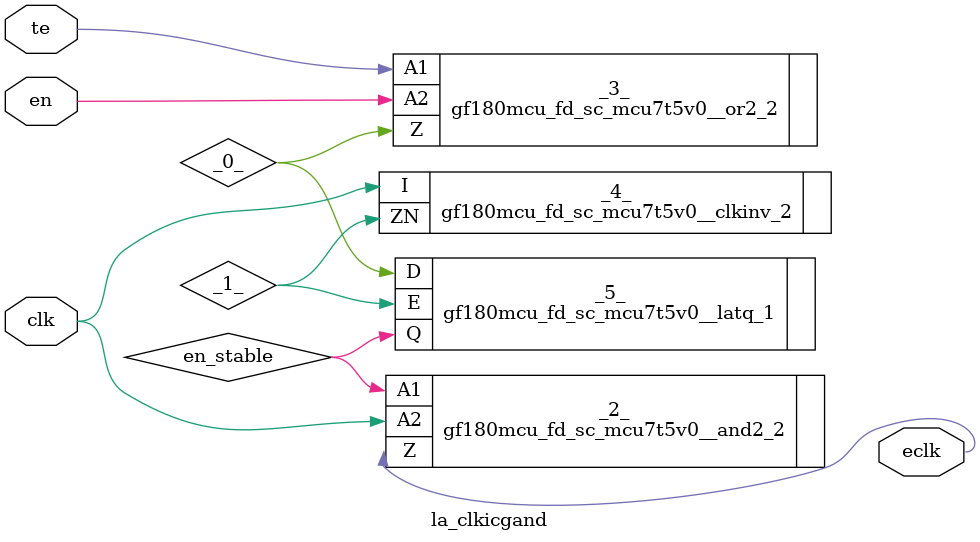
<source format=v>

/* Generated by Yosys 0.37 (git sha1 a5c7f69ed, clang 14.0.0-1ubuntu1.1 -fPIC -Os) */

module la_clkicgand(clk, te, en, eclk);
  wire _0_;
  wire _1_;
  input clk;
  wire clk;
  output eclk;
  wire eclk;
  input en;
  wire en;
  wire en_stable;
  input te;
  wire te;
  gf180mcu_fd_sc_mcu7t5v0__and2_2 _2_ (
    .A1(en_stable),
    .A2(clk),
    .Z(eclk)
  );
  gf180mcu_fd_sc_mcu7t5v0__or2_2 _3_ (
    .A1(te),
    .A2(en),
    .Z(_0_)
  );
  gf180mcu_fd_sc_mcu7t5v0__clkinv_2 _4_ (
    .I(clk),
    .ZN(_1_)
  );
  gf180mcu_fd_sc_mcu7t5v0__latq_1 _5_ (
    .D(_0_),
    .E(_1_),
    .Q(en_stable)
  );
endmodule

</source>
